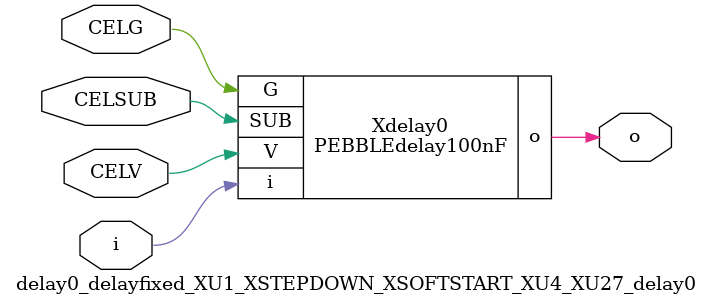
<source format=v>



module PEBBLEdelay100nF ( o, V, G, i, SUB );

  input V;
  input i;
  input G;
  output o;
  input SUB;
endmodule

//Celera Confidential Do Not Copy delay0_delayfixed_XU1_XSTEPDOWN_XSOFTSTART_XU4_XU27_delay0
//TYPE: fixed 100ns
module delay0_delayfixed_XU1_XSTEPDOWN_XSOFTSTART_XU4_XU27_delay0 (i, CELV, o,
CELG,CELSUB);
input CELV;
input i;
output o;
input CELSUB;
input CELG;

//Celera Confidential Do Not Copy delayfast0
PEBBLEdelay100nF Xdelay0(
.V (CELV),
.i (i),
.o (o),
.G (CELG),
.SUB (CELSUB)
);
//,diesize,PEBBLEdelay100nF

//Celera Confidential Do Not Copy Module End
//Celera Schematic Generator
endmodule

</source>
